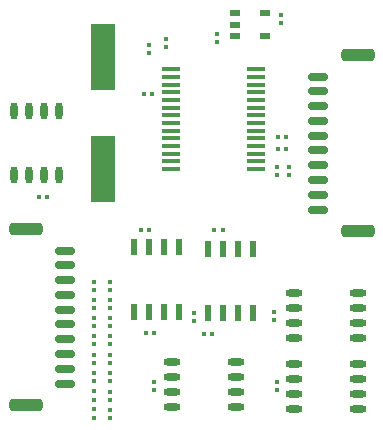
<source format=gbr>
%TF.GenerationSoftware,KiCad,Pcbnew,8.0.7*%
%TF.CreationDate,2025-01-10T16:13:59+05:30*%
%TF.ProjectId,STHDAQ_B0_COPY,53544844-4151-45f4-9230-5f434f50592e,rev?*%
%TF.SameCoordinates,Original*%
%TF.FileFunction,Paste,Top*%
%TF.FilePolarity,Positive*%
%FSLAX46Y46*%
G04 Gerber Fmt 4.6, Leading zero omitted, Abs format (unit mm)*
G04 Created by KiCad (PCBNEW 8.0.7) date 2025-01-10 16:13:59*
%MOMM*%
%LPD*%
G01*
G04 APERTURE LIST*
G04 Aperture macros list*
%AMRoundRect*
0 Rectangle with rounded corners*
0 $1 Rounding radius*
0 $2 $3 $4 $5 $6 $7 $8 $9 X,Y pos of 4 corners*
0 Add a 4 corners polygon primitive as box body*
4,1,4,$2,$3,$4,$5,$6,$7,$8,$9,$2,$3,0*
0 Add four circle primitives for the rounded corners*
1,1,$1+$1,$2,$3*
1,1,$1+$1,$4,$5*
1,1,$1+$1,$6,$7*
1,1,$1+$1,$8,$9*
0 Add four rect primitives between the rounded corners*
20,1,$1+$1,$2,$3,$4,$5,0*
20,1,$1+$1,$4,$5,$6,$7,0*
20,1,$1+$1,$6,$7,$8,$9,0*
20,1,$1+$1,$8,$9,$2,$3,0*%
G04 Aperture macros list end*
%ADD10RoundRect,0.079500X0.079500X0.100500X-0.079500X0.100500X-0.079500X-0.100500X0.079500X-0.100500X0*%
%ADD11RoundRect,0.079500X-0.100500X0.079500X-0.100500X-0.079500X0.100500X-0.079500X0.100500X0.079500X0*%
%ADD12RoundRect,0.079500X-0.079500X-0.100500X0.079500X-0.100500X0.079500X0.100500X-0.079500X0.100500X0*%
%ADD13R,0.558000X1.454899*%
%ADD14RoundRect,0.079500X0.100500X-0.079500X0.100500X0.079500X-0.100500X0.079500X-0.100500X-0.079500X0*%
%ADD15RoundRect,0.250000X-1.150000X0.250000X-1.150000X-0.250000X1.150000X-0.250000X1.150000X0.250000X0*%
%ADD16RoundRect,0.150000X-0.700000X0.150000X-0.700000X-0.150000X0.700000X-0.150000X0.700000X0.150000X0*%
%ADD17O,1.450000X0.599999*%
%ADD18R,2.100000X5.600000*%
%ADD19RoundRect,0.150000X0.700000X-0.150000X0.700000X0.150000X-0.700000X0.150000X-0.700000X-0.150000X0*%
%ADD20RoundRect,0.250000X1.150000X-0.250000X1.150000X0.250000X-1.150000X0.250000X-1.150000X-0.250000X0*%
%ADD21R,0.946899X0.508000*%
%ADD22O,0.599999X1.450000*%
%ADD23R,1.639799X0.431000*%
G04 APERTURE END LIST*
D10*
%TO.C,C13*%
X205018200Y-73881998D03*
X204328200Y-73881998D03*
%TD*%
D11*
%TO.C,C9*%
X194818000Y-64552000D03*
X194818000Y-65242000D03*
%TD*%
%TO.C,C20*%
X190119000Y-86711000D03*
X190119000Y-87401000D03*
%TD*%
D12*
%TO.C,C6*%
X192949000Y-69215000D03*
X193639000Y-69215000D03*
%TD*%
D13*
%TO.C,U4*%
X202184000Y-82368652D03*
X200914000Y-82368652D03*
X199644000Y-82368652D03*
X198374000Y-82368652D03*
X198374000Y-87811348D03*
X199644000Y-87811348D03*
X200914000Y-87811348D03*
X202184000Y-87811348D03*
%TD*%
D12*
%TO.C,C3*%
X198954000Y-80772000D03*
X199644000Y-80772000D03*
%TD*%
D14*
%TO.C,R2*%
X193802000Y-94325000D03*
X193802000Y-93635000D03*
%TD*%
%TO.C,R11*%
X204216000Y-94325000D03*
X204216000Y-93635000D03*
%TD*%
D15*
%TO.C,J2*%
X211105457Y-80881000D03*
X211105457Y-65931000D03*
D16*
X207755457Y-79031000D03*
X207755457Y-77781000D03*
X207755457Y-76531000D03*
X207755457Y-75281000D03*
X207755457Y-74031000D03*
X207755457Y-72781000D03*
X207755457Y-71531000D03*
X207755457Y-70281000D03*
X207755457Y-69031000D03*
X207755457Y-67781000D03*
%TD*%
D10*
%TO.C,C12*%
X205018200Y-72865998D03*
X204328200Y-72865998D03*
%TD*%
D17*
%TO.C,U5*%
X195349418Y-91948000D03*
X195349418Y-93218000D03*
X195349418Y-94488000D03*
X195349418Y-95758000D03*
X200799417Y-95758000D03*
X200799417Y-94488000D03*
X200799417Y-93218000D03*
X200799417Y-91948000D03*
%TD*%
%TO.C,U7*%
X205681999Y-86106000D03*
X205681999Y-87376000D03*
X205681999Y-88646000D03*
X205681999Y-89916000D03*
X211131998Y-89916000D03*
X211131998Y-88646000D03*
X211131998Y-87376000D03*
X211131998Y-86106000D03*
%TD*%
D14*
%TO.C,C11*%
X204216000Y-76103000D03*
X204216000Y-75413000D03*
%TD*%
%TO.C,R8*%
X188722000Y-88901000D03*
X188722000Y-88211000D03*
%TD*%
D11*
%TO.C,C4*%
X197231000Y-87793000D03*
X197231000Y-88483000D03*
%TD*%
D14*
%TO.C,R6*%
X188722000Y-92010000D03*
X188722000Y-91320000D03*
%TD*%
D11*
%TO.C,C19*%
X190119000Y-88235000D03*
X190119000Y-88925000D03*
%TD*%
D14*
%TO.C,R3*%
X188722000Y-96648000D03*
X188722000Y-95958000D03*
%TD*%
D11*
%TO.C,C21*%
X190119000Y-85187000D03*
X190119000Y-85877000D03*
%TD*%
D14*
%TO.C,C1*%
X199136000Y-64861000D03*
X199136000Y-64171000D03*
%TD*%
D18*
%TO.C,Y1*%
X189484000Y-75616000D03*
X189484000Y-66116000D03*
%TD*%
D11*
%TO.C,C14*%
X190119000Y-95982000D03*
X190119000Y-96672000D03*
%TD*%
D17*
%TO.C,U6*%
X205681999Y-92075000D03*
X205681999Y-93345000D03*
X205681999Y-94615000D03*
X205681999Y-95885000D03*
X211131998Y-95885000D03*
X211131998Y-94615000D03*
X211131998Y-93345000D03*
X211131998Y-92075000D03*
%TD*%
D14*
%TO.C,C10*%
X205232000Y-76103000D03*
X205232000Y-75413000D03*
%TD*%
D10*
%TO.C,R1*%
X198719000Y-89535000D03*
X198029000Y-89535000D03*
%TD*%
D19*
%TO.C,J1*%
X186323000Y-93763000D03*
X186323000Y-92513000D03*
X186323000Y-91263000D03*
X186323000Y-90013000D03*
X186323000Y-88763000D03*
X186323000Y-87513000D03*
X186323000Y-86263000D03*
X186323000Y-85013000D03*
X186323000Y-83763000D03*
X186323000Y-82513000D03*
D20*
X182973000Y-95613000D03*
X182973000Y-80663000D03*
%TD*%
D14*
%TO.C,R7*%
X188722000Y-90421000D03*
X188722000Y-89731000D03*
%TD*%
%TO.C,R4*%
X188722000Y-95124000D03*
X188722000Y-94434000D03*
%TD*%
D11*
%TO.C,C2*%
X204597000Y-62520000D03*
X204597000Y-63210000D03*
%TD*%
D14*
%TO.C,R10*%
X188726000Y-85853000D03*
X188726000Y-85163000D03*
%TD*%
D11*
%TO.C,C18*%
X190119000Y-89759000D03*
X190119000Y-90449000D03*
%TD*%
D14*
%TO.C,R9*%
X188721000Y-87364000D03*
X188721000Y-86674000D03*
%TD*%
%TO.C,R5*%
X188722000Y-93530000D03*
X188722000Y-92840000D03*
%TD*%
D10*
%TO.C,R13*%
X184770000Y-77978000D03*
X184080000Y-77978000D03*
%TD*%
D12*
%TO.C,C5*%
X192695000Y-80772000D03*
X193385000Y-80772000D03*
%TD*%
D11*
%TO.C,C17*%
X190119000Y-91344000D03*
X190119000Y-92034000D03*
%TD*%
%TO.C,C16*%
X190116000Y-92868000D03*
X190116000Y-93558000D03*
%TD*%
%TO.C,C15*%
X190119000Y-94458000D03*
X190119000Y-95148000D03*
%TD*%
D12*
%TO.C,C7*%
X193155000Y-89500000D03*
X193845000Y-89500000D03*
%TD*%
D21*
%TO.C,U2*%
X200656449Y-62422999D03*
X200656449Y-63373000D03*
X200656449Y-64323001D03*
X203203551Y-64323001D03*
X203203551Y-62422999D03*
%TD*%
D14*
%TO.C,R12*%
X203962000Y-88356000D03*
X203962000Y-87666000D03*
%TD*%
D11*
%TO.C,C8*%
X193421000Y-65060000D03*
X193421000Y-65750000D03*
%TD*%
D22*
%TO.C,U8*%
X181991000Y-76131001D03*
X183261000Y-76131001D03*
X184531000Y-76131001D03*
X185801000Y-76131001D03*
X185801000Y-70681002D03*
X184531000Y-70681002D03*
X183261000Y-70681002D03*
X181991000Y-70681002D03*
%TD*%
D13*
%TO.C,U3*%
X195961000Y-82241652D03*
X194691000Y-82241652D03*
X193421000Y-82241652D03*
X192151000Y-82241652D03*
X192151000Y-87684348D03*
X193421000Y-87684348D03*
X194691000Y-87684348D03*
X195961000Y-87684348D03*
%TD*%
D23*
%TO.C,U1*%
X195249800Y-67149000D03*
X195249800Y-67799001D03*
X195249800Y-68449000D03*
X195249800Y-69099001D03*
X195249800Y-69748999D03*
X195249800Y-70399001D03*
X195249800Y-71048999D03*
X195249800Y-71698998D03*
X195249800Y-72348999D03*
X195249800Y-72998998D03*
X195249800Y-73648999D03*
X195249800Y-74298998D03*
X195249800Y-74948999D03*
X195249800Y-75598998D03*
X202514200Y-75599000D03*
X202514200Y-74948999D03*
X202514200Y-74299000D03*
X202514200Y-73648999D03*
X202514200Y-72999001D03*
X202514200Y-72348999D03*
X202514200Y-71699001D03*
X202514200Y-71048999D03*
X202514200Y-70399001D03*
X202514200Y-69748999D03*
X202514200Y-69099001D03*
X202514200Y-68449000D03*
X202514200Y-67799001D03*
X202514200Y-67149000D03*
%TD*%
M02*

</source>
